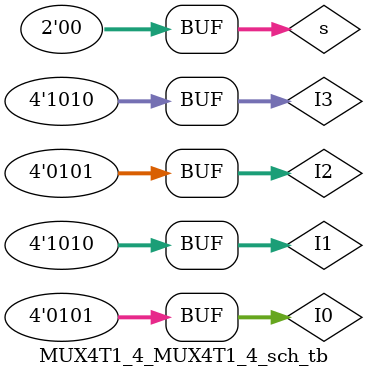
<source format=v>

`timescale 1ns / 1ps

module MUX4T1_4_MUX4T1_4_sch_tb();

// Inputs
   reg [1:0] s;
   reg [3:0] I1;
   reg [3:0] I2;
   reg [3:0] I3;
   reg [3:0] I0;

// Output
   wire [3:0] o;

// Bidirs

// Instantiate the UUT
   MUX4T1_4 UUT (
		.s(s), 
		.I1(I1), 
		.I2(I2), 
		.I3(I3), 
		.I0(I0), 
		.o(o)
   );
// Initialize Inputs
	initial begin
		s =  0;
		I0 = 0;
		I1 = 1;
		I2 = 2;
		I3 = 3;
		
		#50 s = 0;
		#50 s = 1;
		#50 s = 2;
		#50 s = 3;
		
		#50;
		I0 = 4'h5;
		I1 = 4'hA;
		I2 = 4'h5;
		I3 = 4'hA;
		
		#50 s = 0;
		#50 s = 1;
		#50 s = 2;
		#50 s = 3;
		#50 s = 0;
		
	end
			
endmodule

</source>
